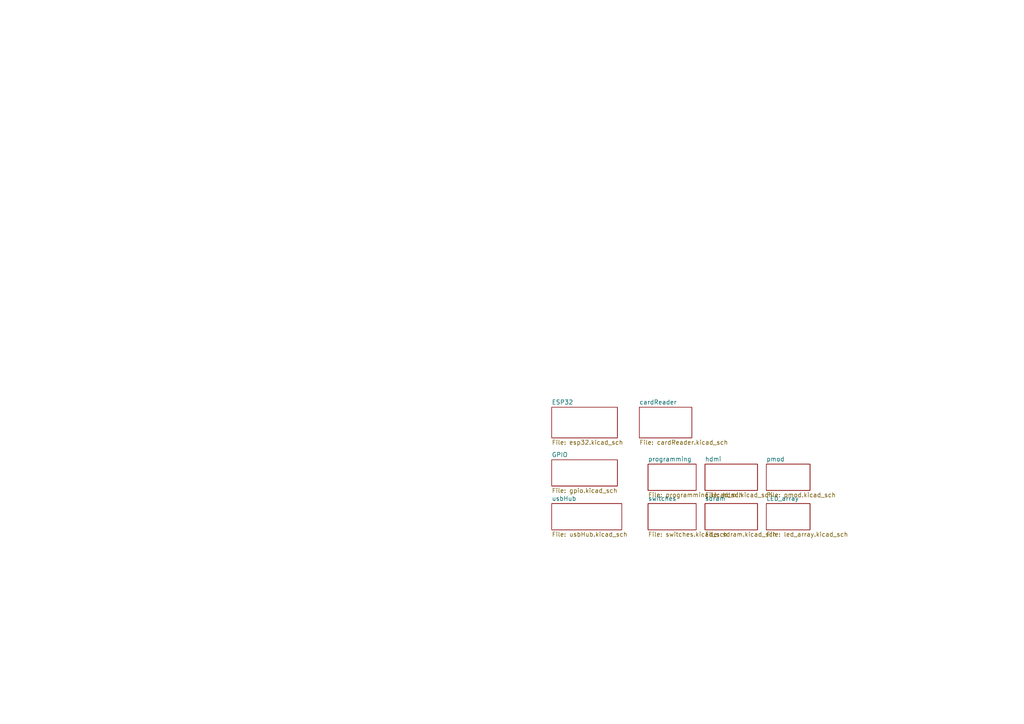
<source format=kicad_sch>
(kicad_sch (version 20230121) (generator eeschema)
  (paper "A4")
  (title_block (date "2023-05-25"))
  (lib_symbols)
  (sheet (at 204.47 146.05) (size 15.24 7.62) (stroke (width 0.1524))
    (property "Sheetname" "sdram" (at 204.47 145.3384 0) (effects (justify left bottom)))
    (property "Sheetfile" "sdram.kicad_sch" (at 204.47 154.2546 0) (effects (justify left top)))
  )
  (sheet (at 185.42 118.11) (size 15.24 8.89) (stroke (width 0.1524))
    (property "Sheetname" "cardReader" (at 185.42 117.3984 0) (effects (justify left bottom)))
    (property "Sheetfile" "cardReader.kicad_sch" (at 185.42 127.5846 0) (effects (justify left top)))
  )
  (sheet (at 160.02 133.35) (size 19.05 7.62) (stroke (width 0.1524))
    (property "Sheetname" "GPIO" (at 160.02 132.6384 0) (effects (justify left bottom)))
    (property "Sheetfile" "gpio.kicad_sch" (at 160.02 141.5546 0) (effects (justify left top)))
  )
  (sheet (at 187.96 134.62) (size 13.97 7.62) (stroke (width 0.1524))
    (property "Sheetname" "programming" (at 187.96 133.9084 0) (effects (justify left bottom)))
    (property "Sheetfile" "programming.kicad_sch" (at 187.96 142.8246 0) (effects (justify left top)))
  )
  (sheet (at 160.02 118.11) (size 19.05 8.89) (stroke (width 0.1524))
    (property "Sheetname" "ESP32" (at 160.02 117.3984 0) (effects (justify left bottom)))
    (property "Sheetfile" "esp32.kicad_sch" (at 160.02 127.5846 0) (effects (justify left top)))
  )
  (sheet (at 222.25 146.05) (size 12.7 7.62) (stroke (width 0.1524))
    (property "Sheetname" "LED_array" (at 222.25 145.3384 0) (effects (justify left bottom)))
    (property "Sheetfile" "led_array.kicad_sch" (at 222.25 154.2546 0) (effects (justify left top)))
  )
  (sheet (at 160.02 146.05) (size 20.32 7.62) (stroke (width 0.1524))
    (property "Sheetname" "usbHub" (at 160.02 145.3384 0) (effects (justify left bottom)))
    (property "Sheetfile" "usbHub.kicad_sch" (at 160.02 154.2546 0) (effects (justify left top)))
  )
  (sheet (at 204.47 134.62) (size 15.24 7.62) (stroke (width 0.1524))
    (property "Sheetname" "hdmi" (at 204.47 133.9084 0) (effects (justify left bottom)))
    (property "Sheetfile" "hdmi.kicad_sch" (at 204.47 142.8246 0) (effects (justify left top)))
  )
  (sheet (at 222.25 134.62) (size 12.7 7.62) (stroke (width 0.1524))
    (property "Sheetname" "pmod" (at 222.25 133.9084 0) (effects (justify left bottom)))
    (property "Sheetfile" "pmod.kicad_sch" (at 222.25 142.8246 0) (effects (justify left top)))
  )
  (sheet (at 187.96 146.05) (size 13.97 7.62) (stroke (width 0.1524))
    (property "Sheetname" "switches" (at 187.96 145.3384 0) (effects (justify left bottom)))
    (property "Sheetfile" "switches.kicad_sch" (at 187.96 154.2546 0) (effects (justify left top)))
  )
)
</source>
